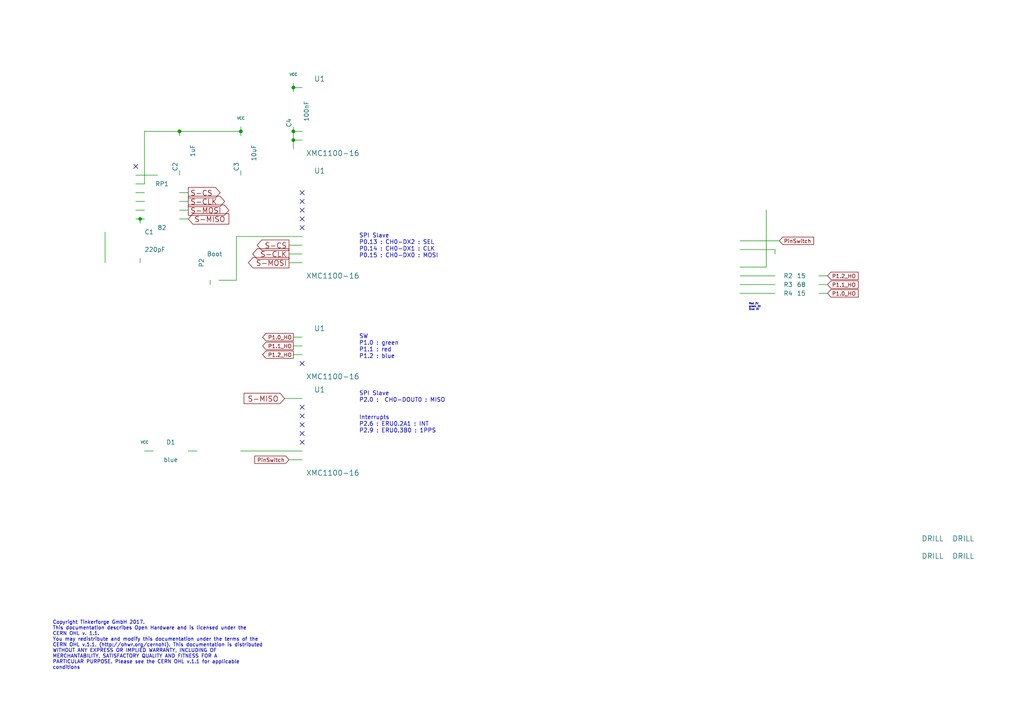
<source format=kicad_sch>
(kicad_sch (version 20230121) (generator eeschema)
  (paper "A4")
  (title_block (title "RGB Button Bricklet") (date "2017-05-05") (rev "1.0") (company "Tinkerforge GmbH") (comment 1 "Licensed under CERN OHL v.1.1") (comment 2 "Copyright (©) 2017, B.Nordmeyer <bastian@tinkerforge.com>"))
  (lib_symbols)
  (junction (at 85.09 38.1))
  (junction (at 85.09 25.4))
  (junction (at 52.07 38.1))
  (junction (at 69.85 38.1))
  (junction (at 85.09 40.64))
  (junction (at 40.64 63.5))
  (no_connect (at 87.63 118.11))
  (no_connect (at 87.63 55.88))
  (no_connect (at 39.37 48.26))
  (no_connect (at 87.63 120.65))
  (no_connect (at 87.63 105.41))
  (no_connect (at 87.63 125.73))
  (no_connect (at 87.63 66.04))
  (no_connect (at 87.63 60.96))
  (no_connect (at 87.63 128.27))
  (no_connect (at 87.63 123.19))
  (no_connect (at 87.63 58.42))
  (no_connect (at 87.63 63.5))
  (wire (pts (xy 30.48 67.31) (xy 30.48 76.2)))
  (wire (pts (xy 85.09 102.87) (xy 87.63 102.87)))
  (wire (pts (xy 214.63 85.09) (xy 224.79 85.09)))
  (wire (pts (xy 87.63 115.57) (xy 82.55 115.57)))
  (wire (pts (xy 40.64 63.5) (xy 41.91 63.5)))
  (wire (pts (xy 69.85 36.83) (xy 69.85 38.1)))
  (wire (pts (xy 60.96 82.55) (xy 60.96 81.28)))
  (wire (pts (xy 237.49 85.09) (xy 240.03 85.09)))
  (wire (pts (xy 214.63 72.39) (xy 224.79 72.39)))
  (wire (pts (xy 87.63 68.58) (xy 68.58 68.58)))
  (wire (pts (xy 41.91 38.1) (xy 52.07 38.1)))
  (wire (pts (xy 83.82 73.66) (xy 87.63 73.66)))
  (wire (pts (xy 39.37 55.88) (xy 41.91 55.88)))
  (wire (pts (xy 87.63 25.4) (xy 85.09 25.4)))
  (wire (pts (xy 52.07 60.96) (xy 54.61 60.96)))
  (wire (pts (xy 83.82 133.35) (xy 87.63 133.35)))
  (wire (pts (xy 39.37 58.42) (xy 41.91 58.42)))
  (wire (pts (xy 68.58 81.28) (xy 63.5 81.28)))
  (wire (pts (xy 87.63 100.33) (xy 85.09 100.33)))
  (wire (pts (xy 54.61 130.81) (xy 57.15 130.81)))
  (wire (pts (xy 83.82 71.12) (xy 87.63 71.12)))
  (wire (pts (xy 52.07 39.37) (xy 52.07 38.1)))
  (wire (pts (xy 224.79 72.39) (xy 224.79 73.66)))
  (wire (pts (xy 240.03 82.55) (xy 237.49 82.55)))
  (wire (pts (xy 41.91 38.1) (xy 41.91 53.34)))
  (wire (pts (xy 224.79 82.55) (xy 214.63 82.55)))
  (wire (pts (xy 214.63 80.01) (xy 224.79 80.01)))
  (wire (pts (xy 85.09 97.79) (xy 87.63 97.79)))
  (wire (pts (xy 87.63 130.81) (xy 69.85 130.81)))
  (wire (pts (xy 41.91 53.34) (xy 39.37 53.34)))
  (wire (pts (xy 40.64 64.77) (xy 40.64 63.5)))
  (wire (pts (xy 39.37 50.8) (xy 45.72 50.8)))
  (wire (pts (xy 39.37 60.96) (xy 41.91 60.96)))
  (wire (pts (xy 52.07 63.5) (xy 54.61 63.5)))
  (wire (pts (xy 85.09 24.13) (xy 85.09 25.4)))
  (wire (pts (xy 214.63 77.47) (xy 222.25 77.47)))
  (wire (pts (xy 69.85 50.8) (xy 69.85 49.53)))
  (wire (pts (xy 87.63 40.64) (xy 85.09 40.64)))
  (wire (pts (xy 85.09 40.64) (xy 85.09 43.18)))
  (wire (pts (xy 40.64 76.2) (xy 40.64 74.93)))
  (wire (pts (xy 52.07 38.1) (xy 69.85 38.1)))
  (wire (pts (xy 39.37 63.5) (xy 40.64 63.5)))
  (wire (pts (xy 52.07 58.42) (xy 54.61 58.42)))
  (wire (pts (xy 69.85 38.1) (xy 69.85 39.37)))
  (wire (pts (xy 237.49 80.01) (xy 240.03 80.01)))
  (wire (pts (xy 214.63 69.85) (xy 226.06 69.85)))
  (wire (pts (xy 222.25 77.47) (xy 222.25 60.96)))
  (wire (pts (xy 68.58 68.58) (xy 68.58 81.28)))
  (wire (pts (xy 85.09 38.1) (xy 85.09 40.64)))
  (wire (pts (xy 52.07 55.88) (xy 54.61 55.88)))
  (wire (pts (xy 85.09 38.1) (xy 87.63 38.1)))
  (wire (pts (xy 52.07 49.53) (xy 52.07 50.8)))
  (wire (pts (xy 83.82 76.2) (xy 87.63 76.2)))
  (wire (pts (xy 85.09 25.4) (xy 85.09 26.67)))
  (wire (pts (xy 41.91 130.81) (xy 44.45 130.81)))
  (wire (pts (xy 85.09 36.83) (xy 85.09 38.1)))
  (text "Interrupts\nP2.6 : ERU0.2A1 : INT\nP2.9 : ERU0.3B0 : 1PPS\n" (at 104.14 125.73 0) (effects (font (size 1.1938 1.1938)) (justify left bottom)))
  (text "Copyright Tinkerforge GmbH 2017.\nThis documentation describes Open Hardware and is licensed under the\nCERN OHL v. 1.1.\nYou may redistribute and modify this documentation under the terms of the\nCERN OHL v.1.1. (http://ohwr.org/cernohl). This documentation is distributed\nWITHOUT ANY EXPRESS OR IMPLIED WARRANTY, INCLUDING OF\nMERCHANTABILITY, SATISFACTORY QUALITY AND FITNESS FOR A\nPARTICULAR PURPOSE. Please see the CERN OHL v.1.1 for applicable\nconditions\n" (at 15.24 194.31 0) (effects (font (size 1.016 1.016)) (justify left bottom)))
  (text "SPI Slave\nP2.0 :  CH0-DOUT0 : MISO\n" (at 104.14 116.84 0) (effects (font (size 1.1938 1.1938)) (justify left bottom)))
  (text "SW\nP1.0 : green\nP1.1 : red\nP1.2 : blue\n" (at 104.14 104.14 0) (effects (font (size 1.1938 1.1938)) (justify left bottom)))
  (text "Red 2V\ngreen 3V\nblue 3V" (at 217.17 90.17 0) (effects (font (size 0.508 0.508)) (justify left bottom)))
  (text "SPI Slave\nP0.13 : CH0-DX2 : SEL\nP0.14 : CH0-DX1 : CLK\nP0.15 : CH0-DX0 : MOSI" (at 104.14 74.93 0) (effects (font (size 1.1938 1.1938)) (justify left bottom)))
  (global_label "P1.0_HO" (shape output) (at 85.09 97.79 180) (effects (font (size 1.0922 1.0922))) (property "Intersheetrefs" "${INTERSHEET_REFS}" (effects hide)))
  (global_label "PinSwitch" (shape input) (at 83.82 133.35 180) (effects (font (size 1.0922 1.0922))) (property "Intersheetrefs" "${INTERSHEET_REFS}" (effects hide)))
  (global_label "S-CLK" (shape output) (at 54.61 58.42 0) (effects (font (size 1.524 1.524))) (property "Intersheetrefs" "${INTERSHEET_REFS}" (effects hide)))
  (global_label "P1.1_HO" (shape input) (at 240.03 82.55 0) (effects (font (size 1.0922 1.0922))) (property "Intersheetrefs" "${INTERSHEET_REFS}" (effects hide)))
  (global_label "P1.2_HO" (shape input) (at 240.03 80.01 0) (effects (font (size 1.0922 1.0922))) (property "Intersheetrefs" "${INTERSHEET_REFS}" (effects hide)))
  (global_label "S-MISO" (shape input) (at 82.55 115.57 180) (effects (font (size 1.524 1.524))) (property "Intersheetrefs" "${INTERSHEET_REFS}" (effects hide)))
  (global_label "S-MOSI" (shape output) (at 83.82 76.2 180) (effects (font (size 1.524 1.524))) (property "Intersheetrefs" "${INTERSHEET_REFS}" (effects hide)))
  (global_label "PinSwitch" (shape input) (at 226.06 69.85 0) (effects (font (size 1.0922 1.0922))) (property "Intersheetrefs" "${INTERSHEET_REFS}" (effects hide)))
  (global_label "S-CS" (shape output) (at 54.61 55.88 0) (effects (font (size 1.524 1.524))) (property "Intersheetrefs" "${INTERSHEET_REFS}" (effects hide)))
  (global_label "P1.1_HO" (shape output) (at 85.09 100.33 180) (effects (font (size 1.0922 1.0922))) (property "Intersheetrefs" "${INTERSHEET_REFS}" (effects hide)))
  (global_label "P1.2_HO" (shape output) (at 85.09 102.87 180) (effects (font (size 1.0922 1.0922))) (property "Intersheetrefs" "${INTERSHEET_REFS}" (effects hide)))
  (global_label "S-MISO" (shape input) (at 54.61 63.5 0) (effects (font (size 1.524 1.524))) (property "Intersheetrefs" "${INTERSHEET_REFS}" (effects hide)))
  (global_label "S-MOSI" (shape output) (at 54.61 60.96 0) (effects (font (size 1.524 1.524))) (property "Intersheetrefs" "${INTERSHEET_REFS}" (effects hide)))
  (global_label "S-CLK" (shape output) (at 83.82 73.66 180) (effects (font (size 1.524 1.524))) (property "Intersheetrefs" "${INTERSHEET_REFS}" (effects hide)))
  (global_label "P1.0_HO" (shape input) (at 240.03 85.09 0) (effects (font (size 1.0922 1.0922))) (property "Intersheetrefs" "${INTERSHEET_REFS}" (effects hide)))
  (global_label "S-CS" (shape output) (at 83.82 71.12 180) (effects (font (size 1.524 1.524))) (property "Intersheetrefs" "${INTERSHEET_REFS}" (effects hide)))
  (symbol (lib_id "CON-SENSOR2") (at 30.48 55.88 0) (mirror y) (unit 1)
    (property "Reference" "P1" (at 33.02 45.72 0) (effects (font (size 1.524 1.524))))
    (property "Value" "CON-SENSOR" (at 26.67 55.88 90) (effects (font (size 1.524 1.524))))
    (property "Footprint" "kicad-libraries:CON-SENSOR2" (effects hide))
  )
  (symbol (lib_id "GND") (at 45.72 50.8 90) (unit 1)
    (property "Reference" "#PWR01" (effects hide))
    (property "Value" "GND" (effects hide))
  )
  (symbol (lib_id "DRILL") (at 279.4 156.21 0) (unit 1)
    (property "Reference" "U4" (effects hide))
    (property "Value" "DRILL" (at 279.4 156.21 0) (effects (font (size 1.524 1.524))))
    (property "Footprint" "kicad-libraries:DRILL_NP" (effects hide))
  )
  (symbol (lib_id "DRILL") (at 279.4 161.29 0) (unit 1)
    (property "Reference" "U5" (effects hide))
    (property "Value" "DRILL" (at 279.4 161.29 0) (effects (font (size 1.524 1.524))))
    (property "Footprint" "kicad-libraries:DRILL_NP" (effects hide))
  )
  (symbol (lib_id "DRILL") (at 270.51 161.29 0) (unit 1)
    (property "Reference" "U3" (effects hide))
    (property "Value" "DRILL" (at 270.51 161.29 0) (effects (font (size 1.524 1.524))))
    (property "Footprint" "kicad-libraries:DRILL_NP" (effects hide))
  )
  (symbol (lib_id "DRILL") (at 270.51 156.21 0) (unit 1)
    (property "Reference" "U2" (effects hide))
    (property "Value" "DRILL" (at 270.51 156.21 0) (effects (font (size 1.524 1.524))))
    (property "Footprint" "kicad-libraries:DRILL_NP" (effects hide))
  )
  (symbol (lib_id "C") (at 52.07 44.45 180) (unit 1)
    (property "Reference" "C2" (at 50.8 46.99 90) (effects (justify left)))
    (property "Value" "1uF" (at 55.88 41.91 90) (effects (justify left)))
    (property "Footprint" "kicad-libraries:C0603F" (effects hide))
  )
  (symbol (lib_id "XMC1XXX24") (at 96.52 33.02 0) (unit 1)
    (property "Reference" "U1" (at 92.71 22.86 0) (effects (font (size 1.524 1.524))))
    (property "Value" "XMC1100-16" (at 96.52 44.45 0) (effects (font (size 1.524 1.524))))
    (property "Footprint" "kicad-libraries:QFN24-4x4mm-0.5mm" (effects hide))
  )
  (symbol (lib_id "XMC1XXX24") (at 96.52 64.77 0) (unit 2)
    (property "Reference" "U1" (at 92.71 49.53 0) (effects (font (size 1.524 1.524))))
    (property "Value" "XMC1100-16" (at 96.52 80.01 0) (effects (font (size 1.524 1.524))))
    (property "Footprint" "kicad-libraries:QFN24-4x4mm-0.5mm" (effects hide))
  )
  (symbol (lib_id "XMC1XXX24") (at 96.52 124.46 0) (unit 4)
    (property "Reference" "U1" (at 92.71 113.03 0) (effects (font (size 1.524 1.524))))
    (property "Value" "XMC1100-16" (at 96.52 137.16 0) (effects (font (size 1.524 1.524))))
    (property "Footprint" "kicad-libraries:QFN24-4x4mm-0.5mm" (effects hide))
  )
  (symbol (lib_id "XMC1XXX24") (at 96.52 101.6 0) (unit 3)
    (property "Reference" "U1" (at 92.71 95.25 0) (effects (font (size 1.524 1.524))))
    (property "Value" "XMC1100-16" (at 96.52 109.22 0) (effects (font (size 1.524 1.524))))
    (property "Footprint" "kicad-libraries:QFN24-4x4mm-0.5mm" (effects hide))
  )
  (symbol (lib_id "GND") (at 40.64 76.2 0) (unit 1)
    (property "Reference" "#PWR02" (effects hide))
    (property "Value" "GND" (effects hide))
  )
  (symbol (lib_id "GND") (at 85.09 43.18 0) (unit 1)
    (property "Reference" "#PWR03" (effects hide))
    (property "Value" "GND" (effects hide))
  )
  (symbol (lib_id "C") (at 69.85 44.45 180) (unit 1)
    (property "Reference" "C3" (at 68.58 46.99 90) (effects (justify left)))
    (property "Value" "10uF" (at 73.66 41.91 90) (effects (justify left)))
    (property "Footprint" "kicad-libraries:C0603F" (effects hide))
  )
  (symbol (lib_id "GND") (at 69.85 50.8 0) (unit 1)
    (property "Reference" "#PWR04" (effects hide))
    (property "Value" "GND" (effects hide))
  )
  (symbol (lib_id "GND") (at 52.07 50.8 0) (unit 1)
    (property "Reference" "#PWR05" (effects hide))
    (property "Value" "GND" (effects hide))
  )
  (symbol (lib_id "VCC") (at 69.85 36.83 0) (unit 1)
    (property "Reference" "#PWR06" (effects hide))
    (property "Value" "VCC" (at 69.85 34.29 0) (effects (font (size 0.762 0.762))))
  )
  (symbol (lib_id "C") (at 85.09 31.75 180) (unit 1)
    (property "Reference" "C4" (at 83.82 34.29 90) (effects (justify left)))
    (property "Value" "100nF" (at 88.9 29.21 90) (effects (justify left)))
    (property "Footprint" "kicad-libraries:C0603F" (effects hide))
  )
  (symbol (lib_id "VCC") (at 85.09 24.13 0) (unit 1)
    (property "Reference" "#PWR07" (effects hide))
    (property "Value" "VCC" (at 85.09 21.59 0) (effects (font (size 0.762 0.762))))
  )
  (symbol (lib_id "VCC") (at 222.25 60.96 0) (unit 1)
    (property "Reference" "#PWR010" (effects hide))
    (property "Value" "VCC" (at 222.25 58.42 0) (effects (font (size 0.762 0.762))))
  )
  (symbol (lib_id "CONN_01X02") (at 62.23 76.2 90) (unit 1)
    (property "Reference" "P2" (at 58.42 76.2 0))
    (property "Value" "Boot" (at 62.23 73.66 90))
    (property "Footprint" "kicad-libraries:SolderJumper" (effects hide))
  )
  (symbol (lib_id "GND") (at 60.96 82.55 0) (mirror y) (unit 1)
    (property "Reference" "#PWR08" (effects hide))
    (property "Value" "GND" (effects hide))
  )
  (symbol (lib_id "RGB_SWITCH_AD") (at 205.74 78.74 0) (unit 1)
    (property "Reference" "SW1" (at 202.184 67.564 0) (effects (font (size 1.524 1.524))))
    (property "Value" "RGB_SWITCH_AD" (at 198.628 78.232 90) (effects (font (size 1.524 1.524))))
    (property "Footprint" "kicad-libraries:RGB_SWITCH_AD" (effects hide))
  )
  (symbol (lib_id "GND") (at 224.79 73.66 0) (mirror y) (unit 1)
    (property "Reference" "#PWR09" (effects hide))
    (property "Value" "GND" (effects hide))
  )
  (symbol (lib_id "R") (at 231.14 85.09 270) (unit 1)
    (property "Reference" "R4" (at 228.6 85.09 90))
    (property "Value" "15" (at 232.41 85.09 90))
    (property "Footprint" "kicad-libraries:R0603F" (effects hide))
  )
  (symbol (lib_id "R") (at 231.14 82.55 270) (unit 1)
    (property "Reference" "R3" (at 228.6 82.55 90))
    (property "Value" "68" (at 232.41 82.55 90))
    (property "Footprint" "kicad-libraries:R0603F" (effects hide))
  )
  (symbol (lib_id "R") (at 231.14 80.01 270) (unit 1)
    (property "Reference" "R2" (at 228.6 80.01 90))
    (property "Value" "15" (at 232.41 80.01 90))
    (property "Footprint" "kicad-libraries:R0603F" (effects hide))
  )
  (symbol (lib_id "R_PACK4") (at 46.99 64.77 0) (unit 1)
    (property "Reference" "RP1" (at 46.99 53.34 0))
    (property "Value" "82" (at 46.99 66.04 0))
    (property "Footprint" "kicad-libraries:4X0402" (effects hide))
  )
  (symbol (lib_id "C") (at 40.64 69.85 0) (unit 1)
    (property "Reference" "C1" (at 41.91 67.31 0) (effects (justify left)))
    (property "Value" "220pF" (at 41.91 72.39 0) (effects (justify left)))
    (property "Footprint" "kicad-libraries:C0402F" (effects hide))
  )
  (symbol (lib_id "GND") (at 30.48 76.2 0) (unit 1)
    (property "Reference" "#PWR011" (effects hide))
    (property "Value" "GND" (effects hide))
  )
  (symbol (lib_id "LED") (at 49.53 130.81 0) (unit 1)
    (property "Reference" "D1" (at 49.53 128.27 0))
    (property "Value" "blue" (at 49.53 133.35 0))
    (property "Footprint" "kicad-libraries:D0603F" (effects hide))
  )
  (symbol (lib_id "R") (at 63.5 130.81 270) (unit 1)
    (property "Reference" "R1" (at 63.5 132.842 90))
    (property "Value" "1k" (at 63.5 130.81 90))
    (property "Footprint" "kicad-libraries:R0603F" (effects hide))
  )
  (symbol (lib_id "VCC") (at 41.91 130.81 0) (unit 1)
    (property "Reference" "#PWR012" (effects hide))
    (property "Value" "VCC" (at 41.91 128.27 0) (effects (font (size 0.762 0.762))))
  )
)
</source>
